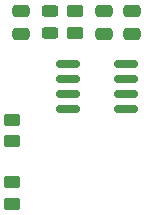
<source format=gbr>
%TF.GenerationSoftware,KiCad,Pcbnew,7.0.8*%
%TF.CreationDate,2024-03-30T04:59:33+03:00*%
%TF.ProjectId,PowerSensor,506f7765-7253-4656-9e73-6f722e6b6963,rev?*%
%TF.SameCoordinates,Original*%
%TF.FileFunction,Paste,Top*%
%TF.FilePolarity,Positive*%
%FSLAX46Y46*%
G04 Gerber Fmt 4.6, Leading zero omitted, Abs format (unit mm)*
G04 Created by KiCad (PCBNEW 7.0.8) date 2024-03-30 04:59:33*
%MOMM*%
%LPD*%
G01*
G04 APERTURE LIST*
G04 Aperture macros list*
%AMRoundRect*
0 Rectangle with rounded corners*
0 $1 Rounding radius*
0 $2 $3 $4 $5 $6 $7 $8 $9 X,Y pos of 4 corners*
0 Add a 4 corners polygon primitive as box body*
4,1,4,$2,$3,$4,$5,$6,$7,$8,$9,$2,$3,0*
0 Add four circle primitives for the rounded corners*
1,1,$1+$1,$2,$3*
1,1,$1+$1,$4,$5*
1,1,$1+$1,$6,$7*
1,1,$1+$1,$8,$9*
0 Add four rect primitives between the rounded corners*
20,1,$1+$1,$2,$3,$4,$5,0*
20,1,$1+$1,$4,$5,$6,$7,0*
20,1,$1+$1,$6,$7,$8,$9,0*
20,1,$1+$1,$8,$9,$2,$3,0*%
G04 Aperture macros list end*
%ADD10RoundRect,0.250000X0.475000X-0.250000X0.475000X0.250000X-0.475000X0.250000X-0.475000X-0.250000X0*%
%ADD11RoundRect,0.243750X-0.456250X0.243750X-0.456250X-0.243750X0.456250X-0.243750X0.456250X0.243750X0*%
%ADD12RoundRect,0.150000X-0.825000X-0.150000X0.825000X-0.150000X0.825000X0.150000X-0.825000X0.150000X0*%
%ADD13RoundRect,0.250000X-0.450000X0.262500X-0.450000X-0.262500X0.450000X-0.262500X0.450000X0.262500X0*%
%ADD14RoundRect,0.250000X0.450000X-0.262500X0.450000X0.262500X-0.450000X0.262500X-0.450000X-0.262500X0*%
G04 APERTURE END LIST*
D10*
%TO.C,C3*%
X112200000Y-87700000D03*
X112200000Y-85800000D03*
%TD*%
%TO.C,C1*%
X109800000Y-87700000D03*
X109800000Y-85800000D03*
%TD*%
D11*
%TO.C,D1*%
X105200000Y-85800000D03*
X105200000Y-87675000D03*
%TD*%
D10*
%TO.C,C2*%
X102800000Y-87700000D03*
X102800000Y-85800000D03*
%TD*%
D12*
%TO.C,U1*%
X106725000Y-90295000D03*
X106725000Y-91565000D03*
X106725000Y-92835000D03*
X106725000Y-94105000D03*
X111675000Y-94105000D03*
X111675000Y-92835000D03*
X111675000Y-91565000D03*
X111675000Y-90295000D03*
%TD*%
D13*
%TO.C,R2*%
X102000000Y-100287500D03*
X102000000Y-102112500D03*
%TD*%
%TO.C,R1*%
X102000000Y-95000000D03*
X102000000Y-96825000D03*
%TD*%
D14*
%TO.C,R3*%
X107400000Y-87625000D03*
X107400000Y-85800000D03*
%TD*%
M02*

</source>
